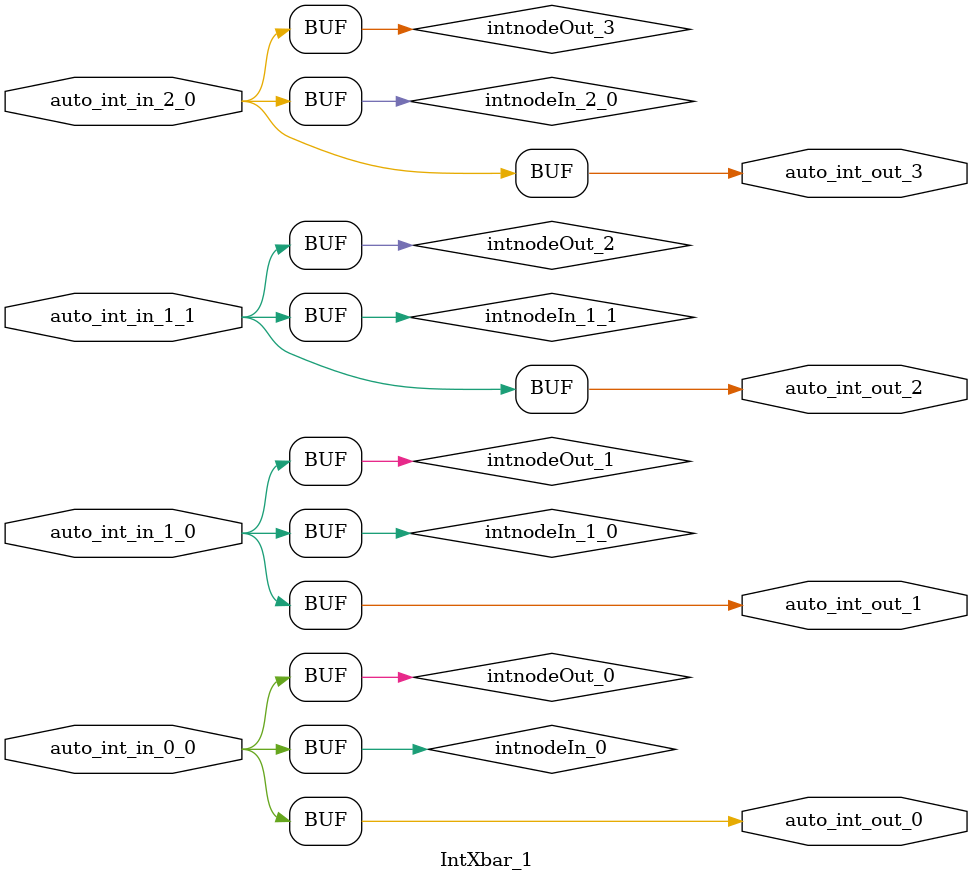
<source format=sv>
`ifndef RANDOMIZE
  `ifdef RANDOMIZE_REG_INIT
    `define RANDOMIZE
  `endif // RANDOMIZE_REG_INIT
`endif // not def RANDOMIZE
`ifndef RANDOMIZE
  `ifdef RANDOMIZE_MEM_INIT
    `define RANDOMIZE
  `endif // RANDOMIZE_MEM_INIT
`endif // not def RANDOMIZE

`ifndef RANDOM
  `define RANDOM $random
`endif // not def RANDOM

// Users can define 'ASSERT_VERBOSE_COND' to add an extra gate to assert error printing.
`ifndef ASSERT_VERBOSE_COND_
  `ifdef ASSERT_VERBOSE_COND
    `define ASSERT_VERBOSE_COND_ (`ASSERT_VERBOSE_COND)
  `else  // ASSERT_VERBOSE_COND
    `define ASSERT_VERBOSE_COND_ 1
  `endif // ASSERT_VERBOSE_COND
`endif // not def ASSERT_VERBOSE_COND_

// Users can define 'STOP_COND' to add an extra gate to stop conditions.
`ifndef STOP_COND_
  `ifdef STOP_COND
    `define STOP_COND_ (`STOP_COND)
  `else  // STOP_COND
    `define STOP_COND_ 1
  `endif // STOP_COND
`endif // not def STOP_COND_

// Users can define INIT_RANDOM as general code that gets injected into the
// initializer block for modules with registers.
`ifndef INIT_RANDOM
  `define INIT_RANDOM
`endif // not def INIT_RANDOM

// If using random initialization, you can also define RANDOMIZE_DELAY to
// customize the delay used, otherwise 0.002 is used.
`ifndef RANDOMIZE_DELAY
  `define RANDOMIZE_DELAY 0.002
`endif // not def RANDOMIZE_DELAY

// Define INIT_RANDOM_PROLOG_ for use in our modules below.
`ifndef INIT_RANDOM_PROLOG_
  `ifdef RANDOMIZE
    `ifdef VERILATOR
      `define INIT_RANDOM_PROLOG_ `INIT_RANDOM
    `else  // VERILATOR
      `define INIT_RANDOM_PROLOG_ `INIT_RANDOM #`RANDOMIZE_DELAY begin end
    `endif // VERILATOR
  `else  // RANDOMIZE
    `define INIT_RANDOM_PROLOG_
  `endif // RANDOMIZE
`endif // not def INIT_RANDOM_PROLOG_

module IntXbar_1(
  input  auto_int_in_2_0,	// src/main/scala/diplomacy/LazyModule.scala:374:18
         auto_int_in_1_0,	// src/main/scala/diplomacy/LazyModule.scala:374:18
         auto_int_in_1_1,	// src/main/scala/diplomacy/LazyModule.scala:374:18
         auto_int_in_0_0,	// src/main/scala/diplomacy/LazyModule.scala:374:18
  output auto_int_out_0,	// src/main/scala/diplomacy/LazyModule.scala:374:18
         auto_int_out_1,	// src/main/scala/diplomacy/LazyModule.scala:374:18
         auto_int_out_2,	// src/main/scala/diplomacy/LazyModule.scala:374:18
         auto_int_out_3	// src/main/scala/diplomacy/LazyModule.scala:374:18
);

  wire intnodeIn_0 = auto_int_in_0_0;	// src/main/scala/diplomacy/Nodes.scala:1214:17
  wire intnodeIn_1_0 = auto_int_in_1_0;	// src/main/scala/diplomacy/Nodes.scala:1214:17
  wire intnodeIn_1_1 = auto_int_in_1_1;	// src/main/scala/diplomacy/Nodes.scala:1214:17
  wire intnodeIn_2_0 = auto_int_in_2_0;	// src/main/scala/diplomacy/Nodes.scala:1214:17
  wire intnodeOut_0 = intnodeIn_0;	// src/main/scala/diplomacy/Nodes.scala:1205:17, :1214:17
  wire intnodeOut_1 = intnodeIn_1_0;	// src/main/scala/diplomacy/Nodes.scala:1205:17, :1214:17
  wire intnodeOut_2 = intnodeIn_1_1;	// src/main/scala/diplomacy/Nodes.scala:1205:17, :1214:17
  wire intnodeOut_3 = intnodeIn_2_0;	// src/main/scala/diplomacy/Nodes.scala:1205:17, :1214:17
  assign auto_int_out_0 = intnodeOut_0;	// src/main/scala/diplomacy/Nodes.scala:1205:17
  assign auto_int_out_1 = intnodeOut_1;	// src/main/scala/diplomacy/Nodes.scala:1205:17
  assign auto_int_out_2 = intnodeOut_2;	// src/main/scala/diplomacy/Nodes.scala:1205:17
  assign auto_int_out_3 = intnodeOut_3;	// src/main/scala/diplomacy/Nodes.scala:1205:17
endmodule


</source>
